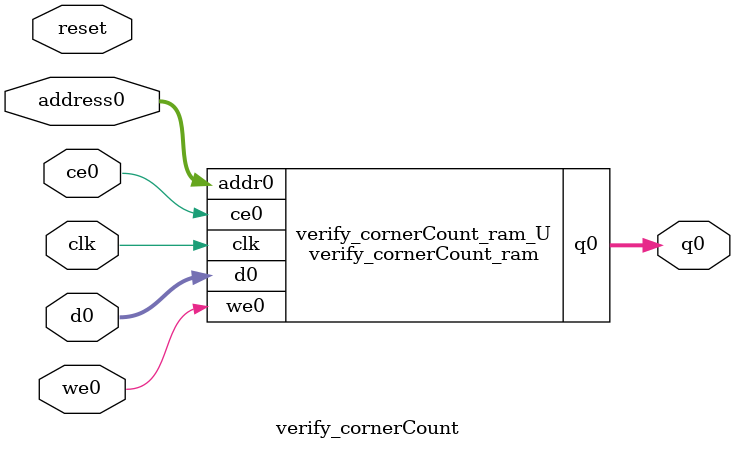
<source format=v>

`timescale 1 ns / 1 ps
module verify_cornerCount_ram (addr0, ce0, d0, we0, q0,  clk);

parameter DWIDTH = 32;
parameter AWIDTH = 3;
parameter MEM_SIZE = 8;

input[AWIDTH-1:0] addr0;
input ce0;
input[DWIDTH-1:0] d0;
input we0;
output reg[DWIDTH-1:0] q0;
input clk;

(* ram_style = "distributed" *)reg [DWIDTH-1:0] ram[0:MEM_SIZE-1];




always @(posedge clk)  
begin 
    if (ce0) 
    begin
        if (we0) 
        begin 
            ram[addr0] <= d0; 
            q0 <= d0;
        end 
        else 
            q0 <= ram[addr0];
    end
end


endmodule


`timescale 1 ns / 1 ps
module verify_cornerCount(
    reset,
    clk,
    address0,
    ce0,
    we0,
    d0,
    q0);

parameter DataWidth = 32'd32;
parameter AddressRange = 32'd8;
parameter AddressWidth = 32'd3;
input reset;
input clk;
input[AddressWidth - 1:0] address0;
input ce0;
input we0;
input[DataWidth - 1:0] d0;
output[DataWidth - 1:0] q0;



verify_cornerCount_ram verify_cornerCount_ram_U(
    .clk( clk ),
    .addr0( address0 ),
    .ce0( ce0 ),
    .we0( we0 ),
    .d0( d0 ),
    .q0( q0 ));

endmodule


</source>
